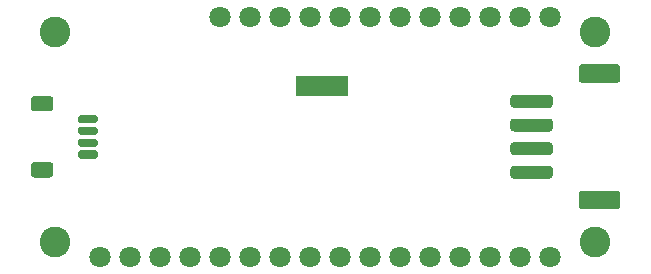
<source format=gbr>
%TF.GenerationSoftware,KiCad,Pcbnew,(5.1.6-0-10_14)*%
%TF.CreationDate,2020-11-26T17:35:33-08:00*%
%TF.ProjectId,NAU7802_Dual_24-bit_ADC,4e415537-3830-4325-9f44-75616c5f3234,v00*%
%TF.SameCoordinates,Original*%
%TF.FileFunction,Soldermask,Bot*%
%TF.FilePolarity,Negative*%
%FSLAX46Y46*%
G04 Gerber Fmt 4.6, Leading zero omitted, Abs format (unit mm)*
G04 Created by KiCad (PCBNEW (5.1.6-0-10_14)) date 2020-11-26 17:35:33*
%MOMM*%
%LPD*%
G01*
G04 APERTURE LIST*
%ADD10C,1.801600*%
%ADD11C,2.601600*%
%ADD12R,2.200000X1.700000*%
G04 APERTURE END LIST*
D10*
%TO.C,M1*%
X172720000Y-91440000D03*
X170180000Y-91440000D03*
X167640000Y-91440000D03*
X165100000Y-91440000D03*
X162560000Y-91440000D03*
X160020000Y-91440000D03*
X157480000Y-91440000D03*
X154940000Y-91440000D03*
X152400000Y-91440000D03*
X149860000Y-91440000D03*
X147320000Y-91440000D03*
X144780000Y-91440000D03*
X172720000Y-111760000D03*
X170180000Y-111760000D03*
X167640000Y-111760000D03*
X165100000Y-111760000D03*
X162560000Y-111760000D03*
X160020000Y-111760000D03*
X157480000Y-111760000D03*
X154940000Y-111760000D03*
X152400000Y-111760000D03*
X149860000Y-111760000D03*
X147320000Y-111760000D03*
X144780000Y-111760000D03*
X142240000Y-111760000D03*
X139700000Y-111760000D03*
X137160000Y-111760000D03*
X134620000Y-111760000D03*
%TD*%
D11*
%TO.C,REF\u002A\u002A*%
X130810000Y-110490000D03*
%TD*%
%TO.C,REF\u002A\u002A*%
X176530000Y-92710000D03*
%TD*%
%TO.C,e*%
X176530000Y-110490000D03*
%TD*%
%TO.C,REF\u002A\u002A*%
X130810000Y-92710000D03*
%TD*%
%TO.C,J2*%
G36*
G01*
X175406133Y-106149200D02*
X178373867Y-106149200D01*
G75*
G02*
X178640800Y-106416133I0J-266933D01*
G01*
X178640800Y-107483867D01*
G75*
G02*
X178373867Y-107750800I-266933J0D01*
G01*
X175406133Y-107750800D01*
G75*
G02*
X175139200Y-107483867I0J266933D01*
G01*
X175139200Y-106416133D01*
G75*
G02*
X175406133Y-106149200I266933J0D01*
G01*
G37*
G36*
G01*
X175406133Y-95449200D02*
X178373867Y-95449200D01*
G75*
G02*
X178640800Y-95716133I0J-266933D01*
G01*
X178640800Y-96783867D01*
G75*
G02*
X178373867Y-97050800I-266933J0D01*
G01*
X175406133Y-97050800D01*
G75*
G02*
X175139200Y-96783867I0J266933D01*
G01*
X175139200Y-95716133D01*
G75*
G02*
X175406133Y-95449200I266933J0D01*
G01*
G37*
G36*
G01*
X169614600Y-104049200D02*
X172665400Y-104049200D01*
G75*
G02*
X172940800Y-104324600I0J-275400D01*
G01*
X172940800Y-104875400D01*
G75*
G02*
X172665400Y-105150800I-275400J0D01*
G01*
X169614600Y-105150800D01*
G75*
G02*
X169339200Y-104875400I0J275400D01*
G01*
X169339200Y-104324600D01*
G75*
G02*
X169614600Y-104049200I275400J0D01*
G01*
G37*
G36*
G01*
X169614600Y-102049200D02*
X172665400Y-102049200D01*
G75*
G02*
X172940800Y-102324600I0J-275400D01*
G01*
X172940800Y-102875400D01*
G75*
G02*
X172665400Y-103150800I-275400J0D01*
G01*
X169614600Y-103150800D01*
G75*
G02*
X169339200Y-102875400I0J275400D01*
G01*
X169339200Y-102324600D01*
G75*
G02*
X169614600Y-102049200I275400J0D01*
G01*
G37*
G36*
G01*
X169614600Y-100049200D02*
X172665400Y-100049200D01*
G75*
G02*
X172940800Y-100324600I0J-275400D01*
G01*
X172940800Y-100875400D01*
G75*
G02*
X172665400Y-101150800I-275400J0D01*
G01*
X169614600Y-101150800D01*
G75*
G02*
X169339200Y-100875400I0J275400D01*
G01*
X169339200Y-100324600D01*
G75*
G02*
X169614600Y-100049200I275400J0D01*
G01*
G37*
G36*
G01*
X169614600Y-98049200D02*
X172665400Y-98049200D01*
G75*
G02*
X172940800Y-98324600I0J-275400D01*
G01*
X172940800Y-98875400D01*
G75*
G02*
X172665400Y-99150800I-275400J0D01*
G01*
X169614600Y-99150800D01*
G75*
G02*
X169339200Y-98875400I0J275400D01*
G01*
X169339200Y-98324600D01*
G75*
G02*
X169614600Y-98049200I275400J0D01*
G01*
G37*
%TD*%
%TO.C,J4*%
G36*
G01*
X134222400Y-103450800D02*
X132921600Y-103450800D01*
G75*
G02*
X132746200Y-103275400I0J175400D01*
G01*
X132746200Y-102924600D01*
G75*
G02*
X132921600Y-102749200I175400J0D01*
G01*
X134222400Y-102749200D01*
G75*
G02*
X134397800Y-102924600I0J-175400D01*
G01*
X134397800Y-103275400D01*
G75*
G02*
X134222400Y-103450800I-175400J0D01*
G01*
G37*
G36*
G01*
X134222400Y-102450800D02*
X132921600Y-102450800D01*
G75*
G02*
X132746200Y-102275400I0J175400D01*
G01*
X132746200Y-101924600D01*
G75*
G02*
X132921600Y-101749200I175400J0D01*
G01*
X134222400Y-101749200D01*
G75*
G02*
X134397800Y-101924600I0J-175400D01*
G01*
X134397800Y-102275400D01*
G75*
G02*
X134222400Y-102450800I-175400J0D01*
G01*
G37*
G36*
G01*
X134222400Y-101450800D02*
X132921600Y-101450800D01*
G75*
G02*
X132746200Y-101275400I0J175400D01*
G01*
X132746200Y-100924600D01*
G75*
G02*
X132921600Y-100749200I175400J0D01*
G01*
X134222400Y-100749200D01*
G75*
G02*
X134397800Y-100924600I0J-175400D01*
G01*
X134397800Y-101275400D01*
G75*
G02*
X134222400Y-101450800I-175400J0D01*
G01*
G37*
G36*
G01*
X134222400Y-100450800D02*
X132921600Y-100450800D01*
G75*
G02*
X132746200Y-100275400I0J175400D01*
G01*
X132746200Y-99924600D01*
G75*
G02*
X132921600Y-99749200I175400J0D01*
G01*
X134222400Y-99749200D01*
G75*
G02*
X134397800Y-99924600I0J-175400D01*
G01*
X134397800Y-100275400D01*
G75*
G02*
X134222400Y-100450800I-175400J0D01*
G01*
G37*
G36*
G01*
X130376634Y-105050800D02*
X129017366Y-105050800D01*
G75*
G02*
X128746200Y-104779634I0J271166D01*
G01*
X128746200Y-104020366D01*
G75*
G02*
X129017366Y-103749200I271166J0D01*
G01*
X130376634Y-103749200D01*
G75*
G02*
X130647800Y-104020366I0J-271166D01*
G01*
X130647800Y-104779634D01*
G75*
G02*
X130376634Y-105050800I-271166J0D01*
G01*
G37*
G36*
G01*
X130376634Y-99450800D02*
X129017366Y-99450800D01*
G75*
G02*
X128746200Y-99179634I0J271166D01*
G01*
X128746200Y-98420366D01*
G75*
G02*
X129017366Y-98149200I271166J0D01*
G01*
X130376634Y-98149200D01*
G75*
G02*
X130647800Y-98420366I0J-271166D01*
G01*
X130647800Y-99179634D01*
G75*
G02*
X130376634Y-99450800I-271166J0D01*
G01*
G37*
%TD*%
D12*
%TO.C,SJ1*%
X152323800Y-97282000D03*
X154508200Y-97282000D03*
%TD*%
M02*

</source>
